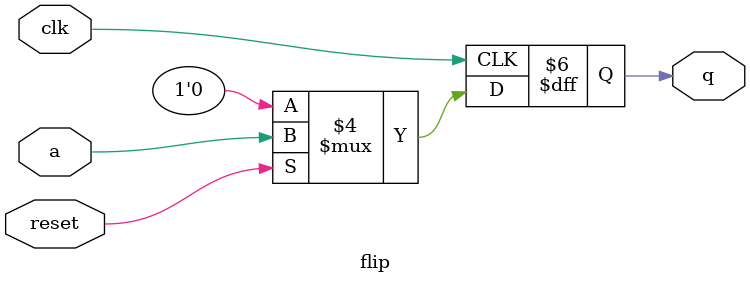
<source format=v>
module top_module (
    input clk,
    input resetn,   // synchronous reset
    input in,
    output out);
    wire c1,c2,c3;
    flip d1(clk,resetn,in,c1);
    flip d2(clk,resetn,c1,c2);
    flip d3(clk,resetn,c2,c3);
    flip d4(clk,resetn,c3,out);
    
endmodule
module flip(
    input clk,
    input reset,
    input a,
    output reg q);
    always @(posedge clk)begin
        if(!reset) q <=0;
        else q <= a;
    end
endmodule

</source>
